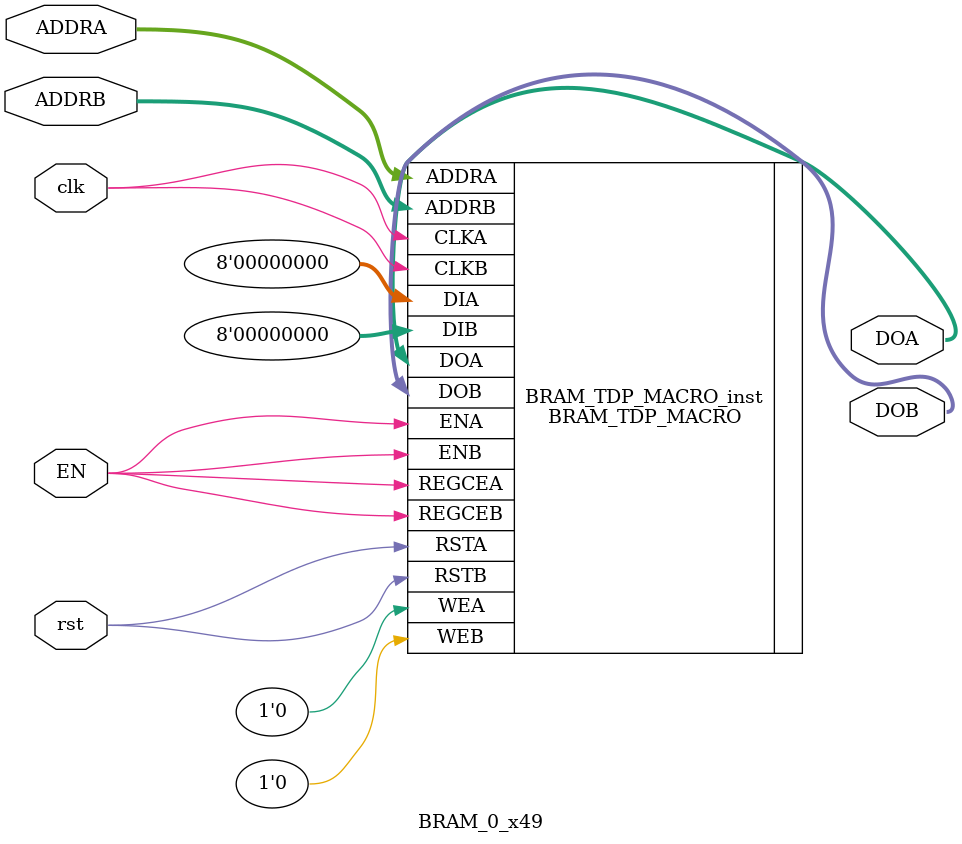
<source format=v>

module BRAM_0_x49(
    input [9:0] ADDRA,
    input [9:0] ADDRB,
    input clk,
    input rst, input EN,
    output [7:0] DOA,
    output [7:0] DOB
    );



// Spartan-6
// Xilinx HDL Libraries Guide, version 14.7
//////////////////////////////////////////////////////////////////////////
// DATA_WIDTH_A/B | BRAM_SIZE | RAM Depth | ADDRA/B Width | WEA/B Width //
// ===============|===========|===========|===============|=============//
// 19-36 | "18Kb" | 512 | 9-bit | 4-bit //
// 10-18 | "18Kb" | 1024 | 10-bit | 2-bit //
// 10-18 | "9Kb" | 512 | 9-bit | 2-bit //
// 5-9 | "18Kb" | 2048 | 11-bit | 1-bit //
// 5-9 | "9Kb" | 1024 | 10-bit | 1-bit //
// 3-4 | "18Kb" | 4096 | 12-bit | 1-bit //
// 3-4 | "9Kb" | 2048 | 11-bit | 1-bit //
// 2 | "18Kb" | 8192 | 13-bit | 1-bit //
// 2 | "9Kb" | 4096 | 12-bit | 1-bit //
// 1 | "18Kb" | 16384 | 14-bit | 1-bit //
// 1 | "9Kb" | 8192 | 12-bit | 1-bit //
//////////////////////////////////////////////////////////////////////////
BRAM_TDP_MACRO #(
	.BRAM_SIZE("9Kb"), // Target BRAM: "9Kb" or "18Kb"
	.DEVICE("SPARTAN6"), // Target device: "VIRTEX5", "VIRTEX6", "SPARTAN6"
	.DOA_REG(1), // Optional port A output register (0 or 1)
	.DOB_REG(1), // Optional port B output register (0 or 1)
	.INIT_A(36'h0123), // Initial values on port A output port
	.INIT_B(36'h3210), // Initial values on port B output port
	.INIT_FILE ("NONE"),
	.READ_WIDTH_A (8), // Valid values are 1-36
	.READ_WIDTH_B (8), // Valid values are 1-36
	.SIM_COLLISION_CHECK ("NONE"), // Collision check enable "ALL", "WARNING_ONLY",
	// "GENERATE_X_ONLY" or "NONE"
	.SRVAL_A(36'h00000000), // Set/Reset value for port A output
	.SRVAL_B(36'h00000000), // Set/Reset value for port B output
	.WRITE_MODE_A("WRITE_FIRST"), // "WRITE_FIRST", "READ_FIRST", or "NO_CHANGE"
	.WRITE_MODE_B("WRITE_FIRST"), // "WRITE_FIRST", "READ_FIRST", or "NO_CHANGE"
	.WRITE_WIDTH_A(8), // Valid values are 1-36
	.WRITE_WIDTH_B(8), // Valid values are 1-36
	
.INIT_00(256'h7E57D60C58952404521B646BC45F6CAFEAE9E1FE8274FD09107B08CA5AF27C63),
.INIT_01(256'h4D72B06E1AC305238FFB331340E454BA12E2D52B686FEDFAF447FFF784F68750),
.INIT_02(256'h5C69D1CEF598287151A1C2ADC55B4C539F1D2D6A14DF564683CCA29DA7973C62),
.INIT_03(256'hAA735DBC42C1D376C7F0F14B3A6120E8850ED4882CECBBB20B6616192535B4D8),
.INIT_04(256'h480AA9FC8EA6002122BEBF8175B5CDB1F9C01FDE07452E8A26C93193DB7949B8),
.INIT_05(256'hB6AC657ABDCF375E29C659069B2AF8E73DB9701E6D90D9D0E59C86A09EA84E39),
.INIT_06(256'h9A17E0A3184389028B7D0D8015033241442FA5EF923E38AB273FB73B7F96EE8D),
.INIT_07(256'hF3DC94678C77360F99E6DDCBD24F01EB301C554A789160A4DAAE11E334B3C8D7),
.INIT_08(256'h80A928F2A66BDAFAACE59A953AA1925114171F007C8A03F7EE85F634A40C829D),
.INIT_09(256'hB38C4E90E43DFBDD7105CDEDBE1AAA44EC1C2BD5969113040AB901097A0879AE),
.INIT_0A(256'hA2972F300B66D68FAF5F3C533BA5B2AD61E3D394EA21A8B87D325C635969C29C),
.INIT_0B(256'h548DA342BC3F2D88390E0FB5C49FDE167BF02A76D212454CF598E8E7DBCB4A26),
.INIT_0C(256'hB6F457027058FEDFDC40417F8B4B334F073EE120F9BBD074D837CF6D2587B746),
.INIT_0D(256'h48529B844331C9A0D738A7F865D40619C3478EE0936E272E1B62785E6056B0C7),
.INIT_0E(256'h64E91E5DE6BD77FC7583F37EEBFDCCBFBAD15B116CC0C655D9C149C581681073),
.INIT_0F(256'h0D226A997289C8F1671823352CB1FF15CEE2ABB4866F9E5A2450EF1DCA4D3629),
.INIT_10(256'h8E3EE8A610456D547626B528D6860B0478C8E00C2CFCF1EF532A140206FA0100),
.INIT_11(256'h9368C7F02ED42F8BDF39C2DB3A387718D385605875A7CDE34624C6F9878409C5),
.INIT_12(256'hBA1B51ECA096F44C52909C7129995D5023CEE4B7E21DC417A4033C163B6B4708),
.INIT_13(256'hF3FF250798E7BF7C5BC944CB3733DC57A24F4120C3D88F8A6F353FDA367FCCA8),
.INIT_14(256'h8367B88C4B80C1486CAAB297FEF294E97E647D15AF1F4313DECF42126A341C91),
.INIT_15(256'h05E6BCBD0F2749119DA12DC0ABB9E1B082321AEA40BE79555F19B4819E73D1DD),
.INIT_16(256'hA34E7AA5AE1E62726E22D29F6692CAAD88D7BB748D0AF570B6619AEE8963EB30),
.INIT_17(256'h6569313DF84DF7D02B7BF695D5D956FB4A59ED5C0E21ACB3FD9BA95EE55AB10D),
.INIT_18(256'h70C01658EEBB93AA88D84BD62878F5FA86361EF2D2020F11ADD4EAFCF804FFFE),
.INIT_19(256'h6D96390ED02AD17521C73C25C4C689E62D7B9EA68B59331DB8DA3807797AF73B),
.INIT_1A(256'h44E5AF125E680AB2AC6E628FD767A3AEDD301A491CE33AE95AFDC2E8C595B9F6),
.INIT_1B(256'h0D01DBF966194182A537BA35C9CD22A95CB1BFDE3D26717491CBC124C8813256),
.INIT_1C(256'h7D994672B57E3FB692544C69000C6A17809A83EB51E1BDED2031BCEC94CAE26F),
.INIT_1D(256'hFB184243F1D9B7EF635FD33E55471F4E7CCCE414BE4087ABA1E74A7F608D2F23),
.INIT_1E(256'h5DB0845B50E09C8C90DC2C61986C34537629458A73F40B8E489F6410779D15CE),
.INIT_1F(256'h9B97CFC306B3092ED585086B2B27A805B4A713A2F0DF524D036557A01BA44FF3),


	
	//===============================================================================
	
	.INIT_20(256'h0000000000000000000000000000000000000000000000000000000000000000),
	.INIT_21(256'h0000000000000000000000000000000000000000000000000000000000000000),
	.INIT_22(256'h0000000000000000000000000000000000000000000000000000000000000000),
	.INIT_23(256'h0000000000000000000000000000000000000000000000000000000000000000),
	.INIT_24(256'h0000000000000000000000000000000000000000000000000000000000000000),
	.INIT_25(256'h0000000000000000000000000000000000000000000000000000000000000000),
	.INIT_26(256'h0000000000000000000000000000000000000000000000000000000000000000),
	.INIT_27(256'h0000000000000000000000000000000000000000000000000000000000000000),
	.INIT_28(256'h0000000000000000000000000000000000000000000000000000000000000000),
	.INIT_29(256'h0000000000000000000000000000000000000000000000000000000000000000),
	.INIT_2A(256'h0000000000000000000000000000000000000000000000000000000000000000),
	.INIT_2B(256'h0000000000000000000000000000000000000000000000000000000000000000),
	.INIT_2C(256'h0000000000000000000000000000000000000000000000000000000000000000),
	.INIT_2D(256'h0000000000000000000000000000000000000000000000000000000000000000),
	.INIT_2E(256'h0000000000000000000000000000000000000000000000000000000000000000),
	.INIT_2F(256'h0000000000000000000000000000000000000000000000000000000000000000),
	.INIT_30(256'h0000000000000000000000000000000000000000000000000000000000000000),
	.INIT_31(256'h0000000000000000000000000000000000000000000000000000000000000000),
	.INIT_32(256'h0000000000000000000000000000000000000000000000000000000000000000),
	.INIT_33(256'h0000000000000000000000000000000000000000000000000000000000000000),
	.INIT_34(256'h0000000000000000000000000000000000000000000000000000000000000000),
	.INIT_35(256'h0000000000000000000000000000000000000000000000000000000000000000),
	.INIT_36(256'h0000000000000000000000000000000000000000000000000000000000000000),
	.INIT_37(256'h0000000000000000000000000000000000000000000000000000000000000000),
	.INIT_38(256'h0000000000000000000000000000000000000000000000000000000000000000),
	.INIT_39(256'h0000000000000000000000000000000000000000000000000000000000000000),
	.INIT_3A(256'h0000000000000000000000000000000000000000000000000000000000000000),
	.INIT_3B(256'h0000000000000000000000000000000000000000000000000000000000000000),
	.INIT_3C(256'h0000000000000000000000000000000000000000000000000000000000000000),
	.INIT_3D(256'h0000000000000000000000000000000000000000000000000000000000000000),
	.INIT_3E(256'h0000000000000000000000000000000000000000000000000000000000000000),
	.INIT_3F(256'h0000000000000000000000000000000000000000000000000000000000000000),


	// The next set of INITP_xx are for the parity bits
	.INITP_00(256'h0000000000000000000000000000000000000000000000000000000000000000),
	.INITP_01(256'h0000000000000000000000000000000000000000000000000000000000000000),
	.INITP_02(256'h0000000000000000000000000000000000000000000000000000000000000000),
	.INITP_03(256'h0000000000000000000000000000000000000000000000000000000000000000),
	// The next set of INITP_xx are for "18Kb" configuration only
	.INITP_04(256'h0000000000000000000000000000000000000000000000000000000000000000),
	.INITP_05(256'h0000000000000000000000000000000000000000000000000000000000000000),
	.INITP_06(256'h0000000000000000000000000000000000000000000000000000000000000000),
	.INITP_07(256'h0000000000000000000000000000000000000000000000000000000000000000)
) BRAM_TDP_MACRO_inst (
	.DOA(DOA), // Output port-A data, width defined by READ_WIDTH_A parameter
	.DOB(DOB), // Output port-B data, width defined by READ_WIDTH_B parameter
	.ADDRA(ADDRA), // Input port-A address, width defined by Port A depth
	.ADDRB(ADDRB), // Input port-B address, width defined by Port B depth
	.CLKA(clk), // 1-bit input port-A clock
	.CLKB(clk), // 1-bit input port-B clock
	.DIA(8'h0), // Input port-A data, width defined by WRITE_WIDTH_A parameter
	.DIB(8'h0), // Input port-B data, width defined by WRITE_WIDTH_B parameter
	.ENA(EN), // 1-bit input port-A enable
	.ENB(EN), // 1-bit input port-B enable
	.REGCEA(EN), // 1-bit input port-A output register enable
	.REGCEB(EN), // 1-bit input port-B output register enable
	.RSTA(rst), // 1-bit input port-A reset
	.RSTB(rst), // 1-bit input port-B reset
	.WEA(1'b0), // Input port-A write enable, width defined by Port A depth
	.WEB(1'b0) // Input port-B write enable, width defined by Port B depth
);
// End of BRAM_TDP_MACRO_inst instantiation
endmodule

</source>
